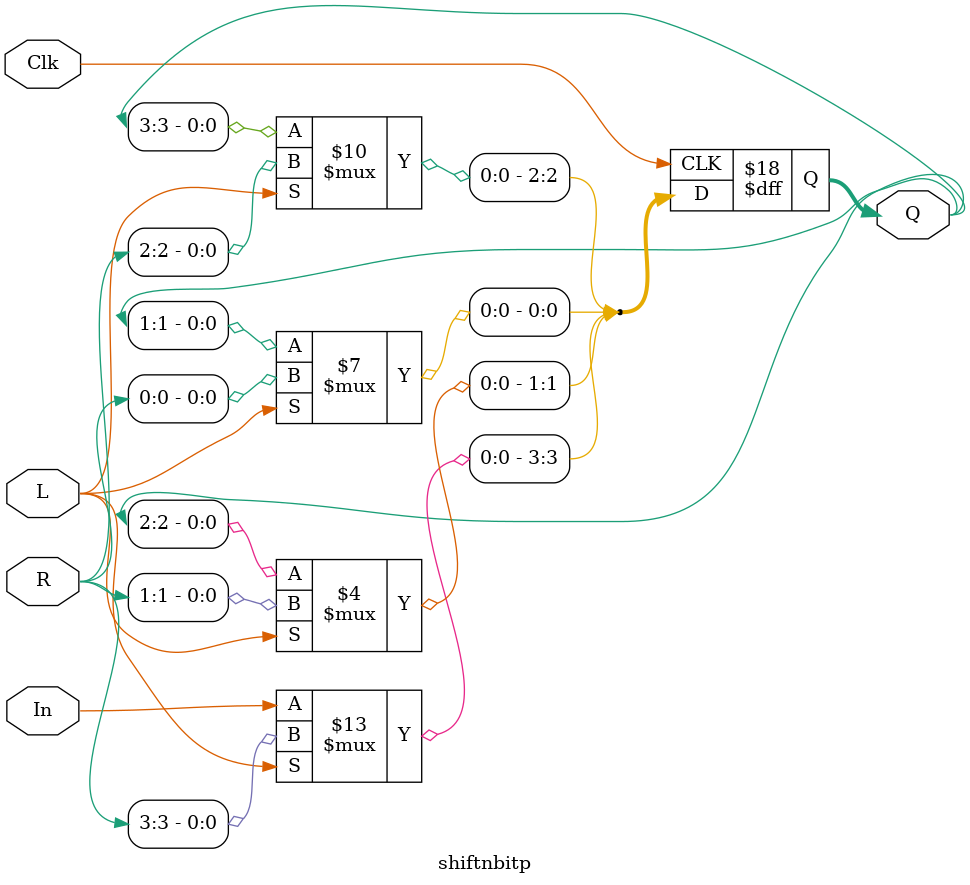
<source format=v>
module shiftnbitp(L,R,Clk,In,Q);
parameter n = 4;
input [n-1:0]R;
input Clk,L,In;
output reg [n-1:0]Q;
integer k;
//right to left
always@(posedge Clk)
begin
	if (L) begin
		Q <= R;
	end else begin
		Q[n-1]<= In;
		for ( k = n-2 ; k >= 0 ; k = k - 1) begin
			Q[k] <= Q[k+1];
		end
	end
end
endmodule


//left ot right
/*always@(posedge Clk)
begin
	if (L) begin
		Q <= R;
		
	end else begin
		for (k = 0; k < n -1 ; k = k + 1) begin
		Q[k] <= Q[k+1];
		end
	end
		Q[n-1] = In;
end

endmodule
*/		
</source>
